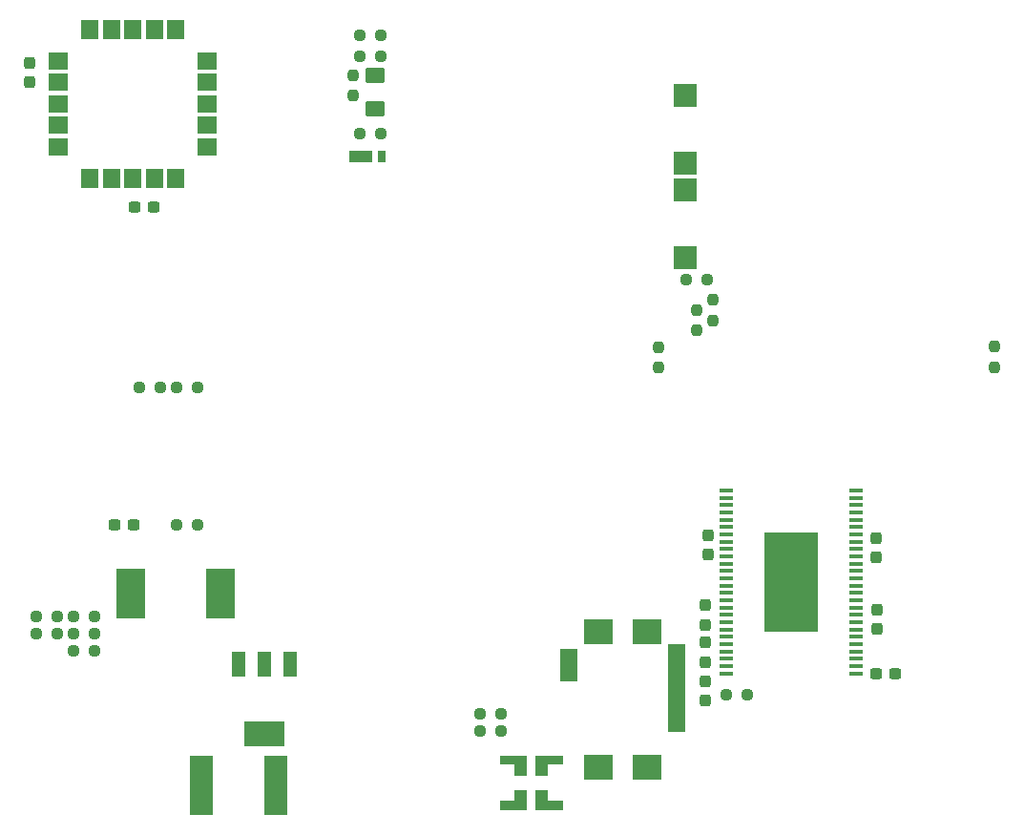
<source format=gtp>
G04 #@! TF.GenerationSoftware,KiCad,Pcbnew,(6.0.9)*
G04 #@! TF.CreationDate,2023-04-01T11:17:41+09:00*
G04 #@! TF.ProjectId,MainBoard,4d61696e-426f-4617-9264-2e6b69636164,rev?*
G04 #@! TF.SameCoordinates,Original*
G04 #@! TF.FileFunction,Paste,Top*
G04 #@! TF.FilePolarity,Positive*
%FSLAX46Y46*%
G04 Gerber Fmt 4.6, Leading zero omitted, Abs format (unit mm)*
G04 Created by KiCad (PCBNEW (6.0.9)) date 2023-04-01 11:17:41*
%MOMM*%
%LPD*%
G01*
G04 APERTURE LIST*
G04 Aperture macros list*
%AMRoundRect*
0 Rectangle with rounded corners*
0 $1 Rounding radius*
0 $2 $3 $4 $5 $6 $7 $8 $9 X,Y pos of 4 corners*
0 Add a 4 corners polygon primitive as box body*
4,1,4,$2,$3,$4,$5,$6,$7,$8,$9,$2,$3,0*
0 Add four circle primitives for the rounded corners*
1,1,$1+$1,$2,$3*
1,1,$1+$1,$4,$5*
1,1,$1+$1,$6,$7*
1,1,$1+$1,$8,$9*
0 Add four rect primitives between the rounded corners*
20,1,$1+$1,$2,$3,$4,$5,0*
20,1,$1+$1,$4,$5,$6,$7,0*
20,1,$1+$1,$6,$7,$8,$9,0*
20,1,$1+$1,$8,$9,$2,$3,0*%
G04 Aperture macros list end*
%ADD10C,0.000100*%
%ADD11RoundRect,0.237500X0.250000X0.237500X-0.250000X0.237500X-0.250000X-0.237500X0.250000X-0.237500X0*%
%ADD12RoundRect,0.237500X-0.250000X-0.237500X0.250000X-0.237500X0.250000X0.237500X-0.250000X0.237500X0*%
%ADD13RoundRect,0.237500X-0.300000X-0.237500X0.300000X-0.237500X0.300000X0.237500X-0.300000X0.237500X0*%
%ADD14RoundRect,0.100000X0.497950X0.100000X-0.497950X0.100000X-0.497950X-0.100000X0.497950X-0.100000X0*%
%ADD15R,4.800000X8.800000*%
%ADD16RoundRect,0.237500X0.237500X-0.300000X0.237500X0.300000X-0.237500X0.300000X-0.237500X-0.300000X0*%
%ADD17R,2.500000X2.162000*%
%ADD18R,1.638000X2.900000*%
%ADD19R,1.638000X7.900000*%
%ADD20R,2.000000X1.100000*%
%ADD21R,0.800000X1.100000*%
%ADD22R,1.219200X2.235200*%
%ADD23R,3.600000X2.200000*%
%ADD24R,2.600000X4.500000*%
%ADD25RoundRect,0.237500X0.237500X-0.250000X0.237500X0.250000X-0.237500X0.250000X-0.237500X-0.250000X0*%
%ADD26R,2.000000X2.000000*%
%ADD27RoundRect,0.237500X-0.237500X0.250000X-0.237500X-0.250000X0.237500X-0.250000X0.237500X0.250000X0*%
%ADD28RoundRect,0.237500X-0.237500X0.300000X-0.237500X-0.300000X0.237500X-0.300000X0.237500X0.300000X0*%
%ADD29R,2.000000X5.300000*%
%ADD30RoundRect,0.250001X0.624999X-0.462499X0.624999X0.462499X-0.624999X0.462499X-0.624999X-0.462499X0*%
%ADD31R,1.500000X1.800000*%
%ADD32R,1.800000X1.500000*%
G04 APERTURE END LIST*
G36*
X123624000Y-144144000D02*
G01*
X124924000Y-144144000D01*
X124924000Y-144844000D01*
X122624000Y-144844000D01*
X122624000Y-143144000D01*
X123624000Y-143144000D01*
X123624000Y-144144000D01*
G37*
D10*
X123624000Y-144144000D02*
X124924000Y-144144000D01*
X124924000Y-144844000D01*
X122624000Y-144844000D01*
X122624000Y-143144000D01*
X123624000Y-143144000D01*
X123624000Y-144144000D01*
G36*
X121724000Y-144844000D02*
G01*
X119424000Y-144844000D01*
X119424000Y-144144000D01*
X120724000Y-144144000D01*
X120724000Y-143144000D01*
X121724000Y-143144000D01*
X121724000Y-144844000D01*
G37*
X121724000Y-144844000D02*
X119424000Y-144844000D01*
X119424000Y-144144000D01*
X120724000Y-144144000D01*
X120724000Y-143144000D01*
X121724000Y-143144000D01*
X121724000Y-144844000D01*
G36*
X121724000Y-141844000D02*
G01*
X120724000Y-141844000D01*
X120724000Y-140844000D01*
X119424000Y-140844000D01*
X119424000Y-140144000D01*
X121724000Y-140144000D01*
X121724000Y-141844000D01*
G37*
X121724000Y-141844000D02*
X120724000Y-141844000D01*
X120724000Y-140844000D01*
X119424000Y-140844000D01*
X119424000Y-140144000D01*
X121724000Y-140144000D01*
X121724000Y-141844000D01*
G36*
X124924000Y-140844000D02*
G01*
X123624000Y-140844000D01*
X123624000Y-141844000D01*
X122624000Y-141844000D01*
X122624000Y-140144000D01*
X124924000Y-140144000D01*
X124924000Y-140844000D01*
G37*
X124924000Y-140844000D02*
X123624000Y-140844000D01*
X123624000Y-141844000D01*
X122624000Y-141844000D01*
X122624000Y-140144000D01*
X124924000Y-140144000D01*
X124924000Y-140844000D01*
D11*
X108862500Y-84963000D03*
X107037500Y-84963000D03*
D12*
X117705500Y-136398000D03*
X119530500Y-136398000D03*
D13*
X85243500Y-119634000D03*
X86968500Y-119634000D03*
D12*
X87479500Y-107442000D03*
X89304500Y-107442000D03*
D14*
X151067550Y-132839000D03*
X151067550Y-132189000D03*
X151067550Y-131539000D03*
X151067550Y-130889000D03*
X151067550Y-130239000D03*
X151067550Y-129589000D03*
X151067550Y-128939000D03*
X151067550Y-128289000D03*
X151067550Y-127639000D03*
X151067550Y-126989000D03*
X151067550Y-126339000D03*
X151067550Y-125689000D03*
X151067550Y-125039000D03*
X151067550Y-124389000D03*
X151067550Y-123739000D03*
X151067550Y-123089000D03*
X151067550Y-122439000D03*
X151067550Y-121789000D03*
X151067550Y-121139000D03*
X151067550Y-120489000D03*
X151067550Y-119839000D03*
X151067550Y-119189000D03*
X151067550Y-118539000D03*
X151067550Y-117889000D03*
X151067550Y-117239000D03*
X151067550Y-116589000D03*
X139508450Y-116589000D03*
X139508450Y-117239000D03*
X139508450Y-117889000D03*
X139508450Y-118539000D03*
X139508450Y-119189000D03*
X139508450Y-119839000D03*
X139508450Y-120489000D03*
X139508450Y-121139000D03*
X139508450Y-121789000D03*
X139508450Y-122439000D03*
X139508450Y-123089000D03*
X139508450Y-123739000D03*
X139508450Y-124389000D03*
X139508450Y-125039000D03*
X139508450Y-125689000D03*
X139508450Y-126339000D03*
X139508450Y-126989000D03*
X139508450Y-127639000D03*
X139508450Y-128289000D03*
X139508450Y-128939000D03*
X139508450Y-129589000D03*
X139508450Y-130239000D03*
X139508450Y-130889000D03*
X139508450Y-131539000D03*
X139508450Y-132189000D03*
X139508450Y-132839000D03*
D15*
X145288000Y-124714000D03*
D11*
X83462500Y-127762000D03*
X81637500Y-127762000D03*
X83462500Y-130810000D03*
X81637500Y-130810000D03*
D16*
X137668000Y-128497500D03*
X137668000Y-126772500D03*
D11*
X119530500Y-137922000D03*
X117705500Y-137922000D03*
D12*
X78335500Y-129286000D03*
X80160500Y-129286000D03*
D17*
X128202000Y-141159000D03*
X128202000Y-129097000D03*
X132502000Y-141159000D03*
D18*
X125533000Y-132128000D03*
D17*
X132502000Y-129097000D03*
D19*
X135071000Y-134128000D03*
D13*
X152807500Y-132842000D03*
X154532500Y-132842000D03*
D20*
X107061000Y-86995000D03*
D21*
X108961000Y-86995000D03*
D22*
X100863400Y-132029200D03*
X98552000Y-132029200D03*
X96240600Y-132029200D03*
D23*
X98552000Y-138227000D03*
D11*
X80160500Y-127762000D03*
X78335500Y-127762000D03*
D24*
X86678000Y-125730000D03*
X94678000Y-125730000D03*
D12*
X107037500Y-78105000D03*
X108862500Y-78105000D03*
D16*
X77724000Y-80364500D03*
X77724000Y-78639500D03*
D25*
X163322000Y-105662100D03*
X163322000Y-103837100D03*
D13*
X87021500Y-91440000D03*
X88746500Y-91440000D03*
D26*
X135890000Y-95964000D03*
X135890000Y-89964000D03*
D16*
X137668000Y-131799500D03*
X137668000Y-130074500D03*
X137922000Y-122274500D03*
X137922000Y-120549500D03*
D27*
X138303000Y-99671500D03*
X138303000Y-101496500D03*
D11*
X137818500Y-97917000D03*
X135993500Y-97917000D03*
D28*
X137668000Y-133503500D03*
X137668000Y-135228500D03*
D11*
X92606500Y-119634000D03*
X90781500Y-119634000D03*
D29*
X92966000Y-142748000D03*
X99566000Y-142748000D03*
D26*
X135890000Y-87582000D03*
X135890000Y-81582000D03*
D30*
X108331000Y-82767500D03*
X108331000Y-79792500D03*
D25*
X106426000Y-81557500D03*
X106426000Y-79732500D03*
D16*
X152908000Y-128878500D03*
X152908000Y-127153500D03*
D31*
X83068000Y-88896000D03*
X84968000Y-88896000D03*
X86868000Y-88896000D03*
X88768000Y-88896000D03*
X90668000Y-88896000D03*
D32*
X93468000Y-86096000D03*
X93468000Y-84196000D03*
X93468000Y-82296000D03*
X93468000Y-80396000D03*
X93468000Y-78496000D03*
D31*
X90668000Y-75696000D03*
X88768000Y-75696000D03*
X86868000Y-75696000D03*
X84968000Y-75696000D03*
X83068000Y-75696000D03*
D32*
X80268000Y-78496000D03*
X80268000Y-80396000D03*
X80268000Y-82296000D03*
X80268000Y-84196000D03*
X80268000Y-86096000D03*
D12*
X81637500Y-129286000D03*
X83462500Y-129286000D03*
D11*
X141374500Y-134747000D03*
X139549500Y-134747000D03*
D27*
X136906000Y-100560500D03*
X136906000Y-102385500D03*
D25*
X133477000Y-105687500D03*
X133477000Y-103862500D03*
D11*
X92606500Y-107442000D03*
X90781500Y-107442000D03*
D16*
X152781000Y-122528500D03*
X152781000Y-120803500D03*
D12*
X107037500Y-76200000D03*
X108862500Y-76200000D03*
M02*

</source>
